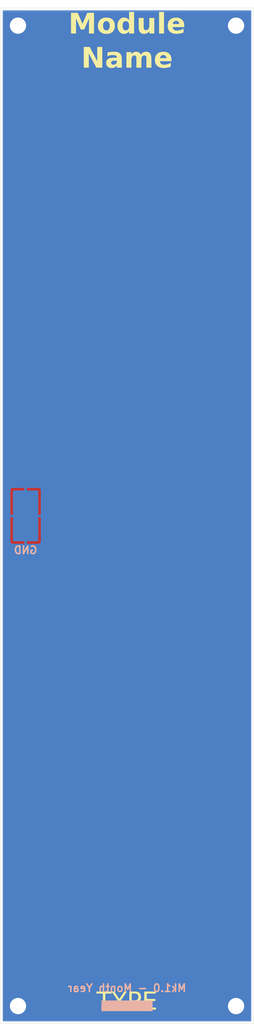
<source format=kicad_pcb>
(kicad_pcb (version 20241229) (generator "pcbnew") (generator_version "9.0")
  (title_block (title "Kosmo Format Front Panel - 5 cm") (company "DMH Instruments"))
  (layers (0 "F.Cu" signal) (2 "B.Cu" signal) (13 "F.Paste" user) (15 "B.Paste" user) (5 "F.SilkS" user "F.Silkscreen") (7 "B.SilkS" user "B.Silkscreen") (1 "F.Mask" user) (3 "B.Mask" user) (25 "Edge.Cuts" user))
  (net 0 "")
  (net 1 "GND")
  (footprint "SynthStuff:MountingHole_Rails" (layer "F.Cu") (at 53.5 226.5)
    (property "Reference" "H3")
    (property "Value" "MountingHole_Rails" (hide yes))
    (pad "1" thru_hole circle (at 0 0) (size 4 4) (drill 3.2) (layers "*.Cu" "*.Mask") (net 1 "GND"))
  )
  (footprint "SynthStuff:MountingHole_Rails" (layer "F.Cu") (at 96.5 33.5)
    (property "Reference" "H2")
    (property "Value" "MountingHole_Rails" (hide yes))
    (pad "1" thru_hole circle (at 0 0) (size 4 4) (drill 3.2) (layers "*.Cu" "*.Mask") (net 1 "GND"))
  )
  (footprint "SynthStuff:MountingHole_Rails" (layer "F.Cu") (at 96.5 226.5)
    (property "Reference" "H4")
    (property "Value" "MountingHole_Rails" (hide yes))
    (pad "1" thru_hole circle (at 0 0) (size 4 4) (drill 3.2) (layers "*.Cu" "*.Mask") (net 1 "GND"))
  )
  (footprint "SynthStuff:MountingHole_Rails" (layer "F.Cu") (at 53.5 33.5)
    (property "Reference" "H1")
    (property "Value" "MountingHole_Rails" (hide yes))
    (pad "1" thru_hole circle (at 0 0) (size 4 4) (drill 3.2) (layers "*.Cu" "*.Mask") (net 1 "GND"))
  )
  (footprint "SynthStuff:Panel_GND_SolderWirePad_5x10mm" (layer "B.Cu") (at 55 130 180)
    (property "Reference" "J0" (hide yes))
    (property "Value" "Panel_GND_Solder_Wire_Pad" (hide yes))
    (property "Function" "GND" (at 0 -6.75 0) (layer "B.SilkS") (effects (font (size 1.5 1.5) (thickness 0.3) (bold yes)) (justify mirror)))
    (pad "1" smd rect (at 0 0 180) (size 5 10) (layers "B.Cu" "B.Mask" "B.Paste") (net 1 "GND"))
  )
  (gr_rect (start 70 225.45) (end 80 227.45) (stroke (width 0.1)) (fill yes) (layer "B.SilkS"))
  (gr_rect (start 50 30) (end 100 230) (stroke (width 0.05)) (fill no) (layer "Edge.Cuts"))
  (gr_text "Module\nName" (at 75 36.75 0) (layer "F.SilkS") (effects (font (size 4 4) (thickness 0.8) (bold yes))))
  (gr_text "TYPE" (at 75 225.75 0) (layer "F.SilkS") (effects (font (size 3.5 3.5) (thickness 0.875))))
  (gr_text "Mk1.0 - Month Year" (at 75 222.95 0) (layer "B.SilkS") (effects (font (size 1.5 1.5) (thickness 0.3) (bold yes)) (justify mirror)))
  (zone (net 1) (net_name "GND") (layers "F.Cu" "B.Cu") (name "GroundPlane") (connect_pads yes (clearance 0.5)) (min_thickness 0.25) (fill yes (thermal_gap 0.5) (thermal_bridge_width 0.5))
    (polygon (pts (xy 50 30) (xy 100 30) (xy 100 230) (xy 50 230)))
  )
)
</source>
